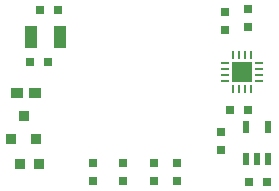
<source format=gbr>
%TF.GenerationSoftware,Altium Limited,Altium Designer,20.2.5 (213)*%
G04 Layer_Color=128*
%FSLAX26Y26*%
%MOIN*%
%TF.SameCoordinates,0FE6C2C3-B7F4-45EC-A48D-0F423D7CACB9*%
%TF.FilePolarity,Positive*%
%TF.FileFunction,Paste,Bot*%
%TF.Part,Single*%
G01*
G75*
%TA.AperFunction,SMDPad,CuDef*%
%ADD11R,0.031500X0.031500*%
%ADD18R,0.031500X0.031500*%
%ADD29R,0.009811X0.029716*%
%ADD30R,0.029716X0.009811*%
%ADD31R,0.070866X0.070866*%
%ADD32R,0.019685X0.039590*%
%ADD33R,0.043000X0.075000*%
%TA.AperFunction,ConnectorPad*%
%ADD34R,0.034000X0.038000*%
%TA.AperFunction,SMDPad,CuDef*%
%ADD35R,0.039370X0.038189*%
%TA.AperFunction,ConnectorPad*%
%ADD36R,0.032000X0.035000*%
D11*
X2311966Y1630000D02*
D03*
Y1570000D02*
D03*
X2235194Y1630000D02*
D03*
Y1570000D02*
D03*
X2132830Y1630000D02*
D03*
Y1570000D02*
D03*
X2030468Y1630000D02*
D03*
Y1570000D02*
D03*
X2471000Y2073000D02*
D03*
Y2133000D02*
D03*
X2547000Y2082000D02*
D03*
Y2142000D02*
D03*
X2459000Y1731000D02*
D03*
Y1671000D02*
D03*
D18*
X2553000Y1566000D02*
D03*
X2613000D02*
D03*
X2488456Y1804292D02*
D03*
X2548456D02*
D03*
X1820000Y1966000D02*
D03*
X1880000D02*
D03*
X1916000Y2139000D02*
D03*
X1856000D02*
D03*
D29*
X2556724Y1875276D02*
D03*
X2537038D02*
D03*
X2517354D02*
D03*
X2497668D02*
D03*
Y1987668D02*
D03*
X2517354D02*
D03*
X2537038D02*
D03*
X2556724D02*
D03*
D30*
X2471000Y1901944D02*
D03*
Y1921630D02*
D03*
Y1941314D02*
D03*
Y1961000D02*
D03*
X2583392D02*
D03*
Y1941314D02*
D03*
Y1921630D02*
D03*
Y1901944D02*
D03*
D31*
X2527196Y1931472D02*
D03*
D32*
X2615000Y1747520D02*
D03*
X2540198D02*
D03*
Y1641000D02*
D03*
X2577600D02*
D03*
X2615000D02*
D03*
D33*
X1921000Y2048000D02*
D03*
X1825000D02*
D03*
D34*
X1788500Y1625000D02*
D03*
X1851500D02*
D03*
D35*
X1779064Y1863000D02*
D03*
X1836938D02*
D03*
D36*
X1800000Y1784206D02*
D03*
X1759646Y1709796D02*
D03*
X1840354D02*
D03*
%TF.MD5,50729879ad6f0aed84f72fbab0a3d957*%
M02*

</source>
